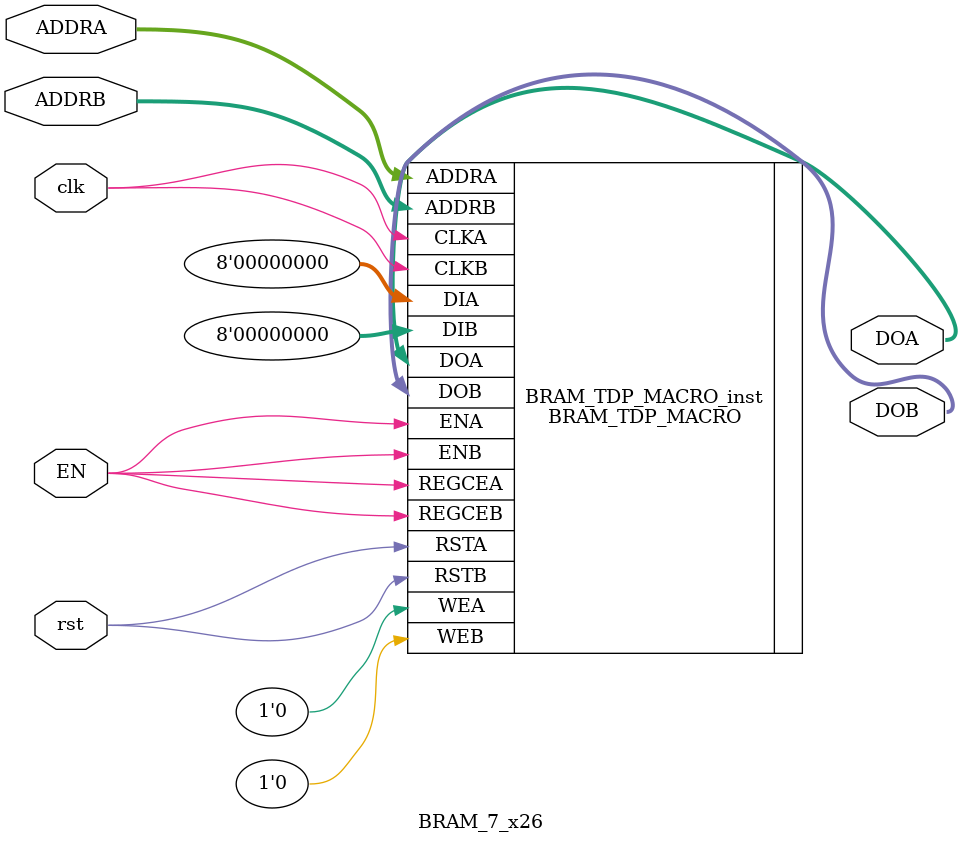
<source format=v>

module BRAM_7_x26(
    input [9:0] ADDRA,
    input [9:0] ADDRB,
    input clk,
    input rst, input EN,
    output [7:0] DOA,
    output [7:0] DOB
    );



// Spartan-6
// Xilinx HDL Libraries Guide, version 14.7
//////////////////////////////////////////////////////////////////////////
// DATA_WIDTH_A/B | BRAM_SIZE | RAM Depth | ADDRA/B Width | WEA/B Width //
// ===============|===========|===========|===============|=============//
// 19-36 | "18Kb" | 512 | 9-bit | 4-bit //
// 10-18 | "18Kb" | 1024 | 10-bit | 2-bit //
// 10-18 | "9Kb" | 512 | 9-bit | 2-bit //
// 5-9 | "18Kb" | 2048 | 11-bit | 1-bit //
// 5-9 | "9Kb" | 1024 | 10-bit | 1-bit //
// 3-4 | "18Kb" | 4096 | 12-bit | 1-bit //
// 3-4 | "9Kb" | 2048 | 11-bit | 1-bit //
// 2 | "18Kb" | 8192 | 13-bit | 1-bit //
// 2 | "9Kb" | 4096 | 12-bit | 1-bit //
// 1 | "18Kb" | 16384 | 14-bit | 1-bit //
// 1 | "9Kb" | 8192 | 12-bit | 1-bit //
//////////////////////////////////////////////////////////////////////////
BRAM_TDP_MACRO #(
	.BRAM_SIZE("9Kb"), // Target BRAM: "9Kb" or "18Kb"
	.DEVICE("SPARTAN6"), // Target device: "VIRTEX5", "VIRTEX6", "SPARTAN6"
	.DOA_REG(1), // Optional port A output register (0 or 1)
	.DOB_REG(1), // Optional port B output register (0 or 1)
	.INIT_A(36'h0123), // Initial values on port A output port
	.INIT_B(36'h3210), // Initial values on port B output port
	.INIT_FILE ("NONE"),
	.READ_WIDTH_A (8), // Valid values are 1-36
	.READ_WIDTH_B (8), // Valid values are 1-36
	.SIM_COLLISION_CHECK ("NONE"), // Collision check enable "ALL", "WARNING_ONLY",
	// "GENERATE_X_ONLY" or "NONE"
	.SRVAL_A(36'h00000000), // Set/Reset value for port A output
	.SRVAL_B(36'h00000000), // Set/Reset value for port B output
	.WRITE_MODE_A("WRITE_FIRST"), // "WRITE_FIRST", "READ_FIRST", or "NO_CHANGE"
	.WRITE_MODE_B("WRITE_FIRST"), // "WRITE_FIRST", "READ_FIRST", or "NO_CHANGE"
	.WRITE_WIDTH_A(8), // Valid values are 1-36
	.WRITE_WIDTH_B(8), // Valid values are 1-36
	
.INIT_00(256'h2D61703FA9003800F25E9C00AC000E004C00ED002C001F008500170000000000),
.INIT_01(256'hBDBAD2E40C0AAF0A958FC9D1FE006E00AA0039002E002F009E003E00FF00CD00),
.INIT_02(256'h4E1371CDF63C05BC714FFD114C000C00CEDF0D5F8380D2005B002B00AC004E00),
.INIT_03(256'h6A9A6744B53674B6A2CC1C92F8008A009C8D6D0D67800400F452B652B5006500),
.INIT_04(256'hCED6BD8837008800B78DF7D3F0007C0082640D644C005100ED005100A2008C00),
.INIT_05(256'h8F907E7EA2769FC601C1C32F927C9CCC79357485B2B02D00EB51D5E1A1B00D00),
.INIT_06(256'h0C1D1DC3C98514059525377BB1B9DFB918BBF53BFB8084002B0075001600DA00),
.INIT_07(256'hF9096A67BAF3E5C3973BB7D535C5D97557B83888E3301E00990345B3F3B0BD00),
.INIT_08(256'hD09C8DC254FDC5FD0FA361FD51FDF3FDB1FD10FDD1FDE2FD78FDEAFDFDFDFDFD),
.INIT_09(256'h40472F19F1F752F76872342C03FD93FD57FDC4FDD3FDD2FD63FDC3FD02FD30FD),
.INIT_0A(256'hB3EE8C300BC1F8418CB200ECB1FDF1FD3322F0A27E7D2FFDA6FDD6FD51FDB3FD),
.INIT_0B(256'h97679AB948CB894B5F31E16F05FD77FD617090F09A7DF9FD09AF4BAF48FD98FD),
.INIT_0C(256'h332B4075CAFD75FD4A700A2E0DFD81FD7F99F099B1FDACFD10FDACFD5FFD71FD),
.INIT_0D(256'h726D83835F8B623BFC3C3ED26F81613184C889784F4DD0FD16AC281C5C4DF0FD),
.INIT_0E(256'hF1E0E03E3478E9F868D8CA864C442244E54608C6067D79FDD6FD88FDEBFD27FD),
.INIT_0F(256'h04F4979A470E183E6AC64A28C8382488AA45C5751ECDE3FD64FEB84E0E4D40FD),
.INIT_10(256'h9501A71F8C00EB00331EA900E90026004E00AD000C00A4009E00D50000000000),
.INIT_11(256'hAB074E19F95F495F8447C95915000D00C500F1009500EA00C3005F004F009800),
.INIT_12(256'h70959502EBCC5B450BADCFB3B8002900076233EB74890B004F005A000B005500),
.INIT_13(256'h5A00689719937E1AA867BB79C300850098F17B786A89C2000693C493C3004A00),
.INIT_14(256'h5ACA08D41E001900526AA8746A00C500D3BF50BFB8007000AD008600A500C500),
.INIT_15(256'hAD66124267308D0A2C993BBD9A6FD855C440AA7A783A5D006CFFAAC5B33A3E00),
.INIT_16(256'hDDF058671B62CBEB0877AC6959AEA8AE56DD02540C891300B000C50062005C00),
.INIT_17(256'h3ECF5662E552D8E162172B332EC132FB55B1EC024BB3B900656CFD56F33A2000),
.INIT_18(256'h68FC5AE271FD16FDCEE354FD14FDDBFDB3FD50FDF1FD59FD63FD28FDFDFDFDFD),
.INIT_19(256'h56FAB3E404A2B4A279BA34A4E8FDF0FD38FD0CFD68FD17FD3EFDA2FDB2FD65FD),
.INIT_1A(256'h8D6868FF1631A6B8F650324E45FDD4FDFA9FCE168974F6FDB2FDA7FDF6FDA8FD),
.INIT_1B(256'hA7FD956AE46E83E7559A46843EFD78FD650C868597743FFDFB6E396E3EFDB7FD),
.INIT_1C(256'hA737F529E3FDE4FDAF97558997FD38FD2E42AD4245FD8DFD50FD7BFD58FD38FD),
.INIT_1D(256'h509BEFBF9ACD70F7D164C640679225A839BD578785C7A0FD910257384EC7C3FD),
.INIT_1E(256'h200DA59AE69F3616F58A5194A4535553AB20FFA9F174EEFD4DFD38FD9FFDA1FD),
.INIT_1F(256'hC332AB9F18AF251C9FEAD6CED33CCF06A84C11FFB64E44FD989100AB0EC7DDFD),



	
	//===============================================================================
	
	.INIT_20(256'h0000000000000000000000000000000000000000000000000000000000000000),
	.INIT_21(256'h0000000000000000000000000000000000000000000000000000000000000000),
	.INIT_22(256'h0000000000000000000000000000000000000000000000000000000000000000),
	.INIT_23(256'h0000000000000000000000000000000000000000000000000000000000000000),
	.INIT_24(256'h0000000000000000000000000000000000000000000000000000000000000000),
	.INIT_25(256'h0000000000000000000000000000000000000000000000000000000000000000),
	.INIT_26(256'h0000000000000000000000000000000000000000000000000000000000000000),
	.INIT_27(256'h0000000000000000000000000000000000000000000000000000000000000000),
	.INIT_28(256'h0000000000000000000000000000000000000000000000000000000000000000),
	.INIT_29(256'h0000000000000000000000000000000000000000000000000000000000000000),
	.INIT_2A(256'h0000000000000000000000000000000000000000000000000000000000000000),
	.INIT_2B(256'h0000000000000000000000000000000000000000000000000000000000000000),
	.INIT_2C(256'h0000000000000000000000000000000000000000000000000000000000000000),
	.INIT_2D(256'h0000000000000000000000000000000000000000000000000000000000000000),
	.INIT_2E(256'h0000000000000000000000000000000000000000000000000000000000000000),
	.INIT_2F(256'h0000000000000000000000000000000000000000000000000000000000000000),
	.INIT_30(256'h0000000000000000000000000000000000000000000000000000000000000000),
	.INIT_31(256'h0000000000000000000000000000000000000000000000000000000000000000),
	.INIT_32(256'h0000000000000000000000000000000000000000000000000000000000000000),
	.INIT_33(256'h0000000000000000000000000000000000000000000000000000000000000000),
	.INIT_34(256'h0000000000000000000000000000000000000000000000000000000000000000),
	.INIT_35(256'h0000000000000000000000000000000000000000000000000000000000000000),
	.INIT_36(256'h0000000000000000000000000000000000000000000000000000000000000000),
	.INIT_37(256'h0000000000000000000000000000000000000000000000000000000000000000),
	.INIT_38(256'h0000000000000000000000000000000000000000000000000000000000000000),
	.INIT_39(256'h0000000000000000000000000000000000000000000000000000000000000000),
	.INIT_3A(256'h0000000000000000000000000000000000000000000000000000000000000000),
	.INIT_3B(256'h0000000000000000000000000000000000000000000000000000000000000000),
	.INIT_3C(256'h0000000000000000000000000000000000000000000000000000000000000000),
	.INIT_3D(256'h0000000000000000000000000000000000000000000000000000000000000000),
	.INIT_3E(256'h0000000000000000000000000000000000000000000000000000000000000000),
	.INIT_3F(256'h0000000000000000000000000000000000000000000000000000000000000000),


	// The next set of INITP_xx are for the parity bits
	.INITP_00(256'h0000000000000000000000000000000000000000000000000000000000000000),
	.INITP_01(256'h0000000000000000000000000000000000000000000000000000000000000000),
	.INITP_02(256'h0000000000000000000000000000000000000000000000000000000000000000),
	.INITP_03(256'h0000000000000000000000000000000000000000000000000000000000000000),
	// The next set of INITP_xx are for "18Kb" configuration only
	.INITP_04(256'h0000000000000000000000000000000000000000000000000000000000000000),
	.INITP_05(256'h0000000000000000000000000000000000000000000000000000000000000000),
	.INITP_06(256'h0000000000000000000000000000000000000000000000000000000000000000),
	.INITP_07(256'h0000000000000000000000000000000000000000000000000000000000000000)
) BRAM_TDP_MACRO_inst (
	.DOA(DOA), // Output port-A data, width defined by READ_WIDTH_A parameter
	.DOB(DOB), // Output port-B data, width defined by READ_WIDTH_B parameter
	.ADDRA(ADDRA), // Input port-A address, width defined by Port A depth
	.ADDRB(ADDRB), // Input port-B address, width defined by Port B depth
	.CLKA(clk), // 1-bit input port-A clock
	.CLKB(clk), // 1-bit input port-B clock
		.DIA(8'h0), // Input port-A data, width defined by WRITE_WIDTH_A parameter
	.DIB(8'h0), // Input port-B data, width defined by WRITE_WIDTH_B parameter
	.ENA(EN), // 1-bit input port-A enable
	.ENB(EN), // 1-bit input port-B enable
	.REGCEA(EN), // 1-bit input port-A output register enable
	.REGCEB(EN), // 1-bit input port-B output register enable
	.RSTA(rst), // 1-bit input port-A reset
	.RSTB(rst), // 1-bit input port-B reset
	.WEA(1'b0), // Input port-A write enable, width defined by Port A depth
	.WEB(1'b0) // Input port-B write enable, width defined by Port B depth
);
// End of BRAM_TDP_MACRO_inst instantiation
endmodule

</source>
